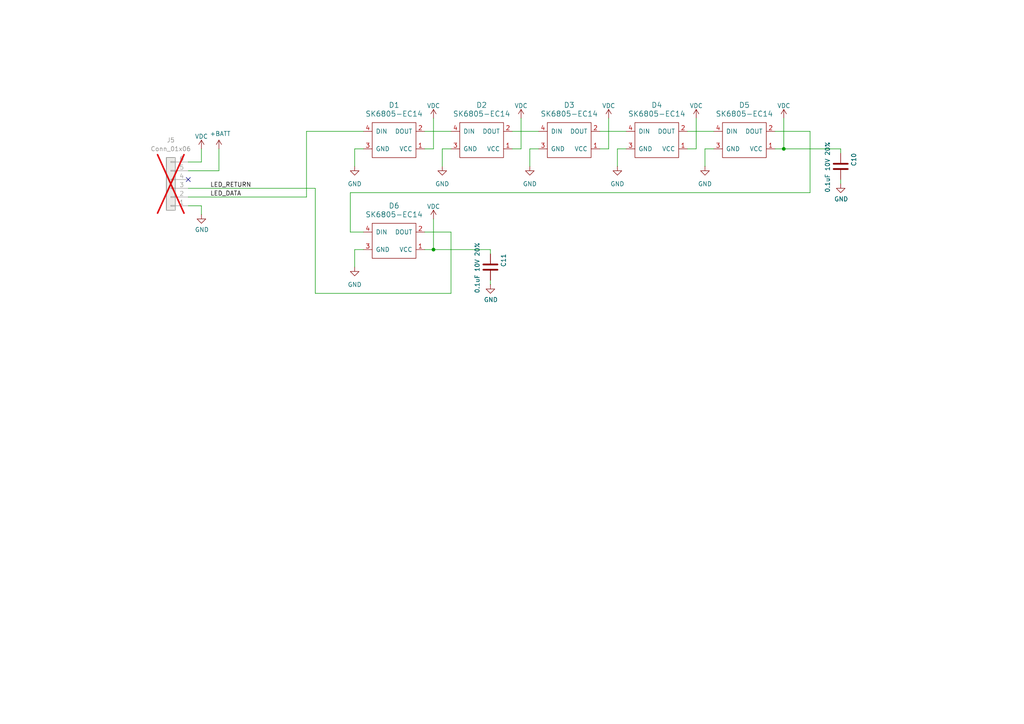
<source format=kicad_sch>
(kicad_sch (version 20250114) (generator "eeschema") (generator_version "9.0")
  (paper "A4")
  (title_block (title "Pixels D20 Schematic, Main") (date "2021-06-23") (rev "2") (company "Systemic Games, LLC"))
  (lib_symbols
    (symbol "Connector_Generic:Conn_01x06" (pin_names (offset 1.016) (hide yes))
      (property "Reference" "J" (at 0 7.62 0))
      (property "Value" "Conn_01x06" (at 0 -10.16 0))
      (symbol "Conn_01x06_1_1"
        (rectangle (start -1.27 6.35) (end 1.27 -8.89) (stroke (width 0.254)) (fill (type background)))
        (rectangle (start -1.27 5.207) (end 0 4.953) (stroke (width 0.1524)))
        (rectangle (start -1.27 2.667) (end 0 2.413) (stroke (width 0.1524)))
        (rectangle (start -1.27 0.127) (end 0 -0.127) (stroke (width 0.1524)))
        (rectangle (start -1.27 -2.413) (end 0 -2.667) (stroke (width 0.1524)))
        (rectangle (start -1.27 -4.953) (end 0 -5.207) (stroke (width 0.1524)))
        (rectangle (start -1.27 -7.493) (end 0 -7.747) (stroke (width 0.1524)))
        (pin passive line (at -5.08 5.08 0) (length 3.81) (name "Pin_1") (number "1"))
        (pin passive line (at -5.08 2.54 0) (length 3.81) (name "Pin_2") (number "2"))
        (pin passive line (at -5.08 0 0) (length 3.81) (name "Pin_3") (number "3"))
        (pin passive line (at -5.08 -2.54 0) (length 3.81) (name "Pin_4") (number "4"))
        (pin passive line (at -5.08 -5.08 0) (length 3.81) (name "Pin_5") (number "5"))
        (pin passive line (at -5.08 -7.62 0) (length 3.81) (name "Pin_6") (number "6"))
      )
    )
    (symbol "Device:C" (pin_numbers (hide yes)) (pin_names (offset 0.254))
      (property "Reference" "C" (at 0.635 2.54 0))
      (property "Value" "C" (at 0.635 -2.54 0))
      (symbol "C_0_1"
        (polyline (pts (xy -2.032 0.762) (xy 2.032 0.762)) (stroke (width 0.508)))
        (polyline (pts (xy -2.032 -0.762) (xy 2.032 -0.762)) (stroke (width 0.508)))
      )
      (symbol "C_1_1"
        (pin passive line (at 0 3.81 270) (length 2.794) (name "~") (number "1"))
        (pin passive line (at 0 -3.81 90) (length 2.794) (name "~") (number "2"))
      )
    )
    (symbol "Pixels-dice:SK6805-EC14" (pin_names (offset 1.016))
      (property "Reference" "D" (at 0 -6.35 0))
      (property "Value" "SK6805-EC14" (at 0 6.35 0))
      (symbol "SK6805-EC14_0_1"
        (rectangle (start -6.35 5.08) (end 6.35 -5.08))
      )
      (symbol "SK6805-EC14_1_1"
        (pin input line (at -8.89 2.54 0) (length 2.54) (name "DIN") (number "4"))
        (pin power_in line (at -8.89 -2.54 0) (length 2.54) (name "GND") (number "3"))
        (pin output line (at 8.89 2.54 180) (length 2.54) (name "DOUT") (number "2"))
        (pin power_in line (at 8.89 -2.54 180) (length 2.54) (name "VCC") (number "1"))
      )
    )
    (symbol "power:+BATT" (power) (pin_names (offset 0))
      (property "Value" "+BATT" (at 0 3.556 0))
      (symbol "+BATT_0_1"
        (polyline (pts (xy -0.762 1.27) (xy 0 2.54)))
        (polyline (pts (xy 0 2.54) (xy 0.762 1.27)))
        (polyline (pts (xy 0 0) (xy 0 2.54)))
      )
      (symbol "+BATT_1_1"
        (pin power_in line (at 0 0 90) (length 0) (hide yes) (name "+BATT") (number "1"))
      )
    )
    (symbol "power:GND" (power) (pin_numbers (hide yes)) (pin_names (offset 0) (hide yes))
      (property "Value" "GND" (at 0 -3.81 0))
      (symbol "GND_0_1"
        (polyline (pts (xy 0 0) (xy 0 -1.27) (xy 1.27 -1.27) (xy 0 -2.54) (xy -1.27 -1.27) (xy 0 -1.27)))
      )
      (symbol "GND_1_1"
        (pin power_in line (at 0 0 270) (length 0) (name "~") (number "1"))
      )
    )
    (symbol "power:VDC" (power) (pin_names (offset 0))
      (property "Value" "VDC" (at 0 6.35 0))
      (symbol "VDC_0_1"
        (polyline (pts (xy -0.762 1.27) (xy 0 2.54)))
        (polyline (pts (xy 0 2.54) (xy 0.762 1.27)))
        (polyline (pts (xy 0 0) (xy 0 2.54)))
      )
      (symbol "VDC_1_1"
        (pin power_in line (at 0 0 90) (length 0) (hide yes) (name "VDC") (number "1"))
      )
    )
  )
  (junction (at 125.73 72.39))
  (junction (at 227.33 43.18))
  (no_connect (at 54.61 52.07))
  (wire (pts (xy 207.01 43.18) (xy 204.47 43.18)))
  (wire (pts (xy 243.84 43.18) (xy 243.84 44.45)))
  (wire (pts (xy 234.95 55.88) (xy 101.6 55.88)))
  (wire (pts (xy 58.42 62.23) (xy 58.42 59.69)))
  (wire (pts (xy 199.39 38.1) (xy 207.01 38.1)))
  (wire (pts (xy 142.24 81.28) (xy 142.24 82.55)))
  (wire (pts (xy 179.07 43.18) (xy 179.07 48.26)))
  (wire (pts (xy 173.99 38.1) (xy 181.61 38.1)))
  (wire (pts (xy 63.5 43.18) (xy 63.5 49.53)))
  (wire (pts (xy 123.19 43.18) (xy 125.73 43.18)))
  (wire (pts (xy 101.6 67.31) (xy 105.41 67.31)))
  (wire (pts (xy 227.33 43.18) (xy 227.33 34.29)))
  (wire (pts (xy 201.93 43.18) (xy 201.93 34.29)))
  (wire (pts (xy 54.61 57.15) (xy 88.9 57.15)))
  (wire (pts (xy 125.73 72.39) (xy 125.73 63.5)))
  (wire (pts (xy 130.81 67.31) (xy 130.81 85.09)))
  (wire (pts (xy 128.27 43.18) (xy 128.27 48.26)))
  (wire (pts (xy 156.21 43.18) (xy 153.67 43.18)))
  (wire (pts (xy 58.42 43.18) (xy 58.42 46.99)))
  (wire (pts (xy 105.41 43.18) (xy 102.87 43.18)))
  (wire (pts (xy 88.9 38.1) (xy 105.41 38.1)))
  (wire (pts (xy 181.61 43.18) (xy 179.07 43.18)))
  (wire (pts (xy 91.44 85.09) (xy 91.44 54.61)))
  (wire (pts (xy 199.39 43.18) (xy 201.93 43.18)))
  (wire (pts (xy 63.5 49.53) (xy 54.61 49.53)))
  (wire (pts (xy 130.81 85.09) (xy 91.44 85.09)))
  (wire (pts (xy 130.81 43.18) (xy 128.27 43.18)))
  (wire (pts (xy 173.99 43.18) (xy 176.53 43.18)))
  (wire (pts (xy 102.87 72.39) (xy 102.87 77.47)))
  (wire (pts (xy 105.41 72.39) (xy 102.87 72.39)))
  (wire (pts (xy 101.6 55.88) (xy 101.6 67.31)))
  (wire (pts (xy 176.53 43.18) (xy 176.53 34.29)))
  (wire (pts (xy 102.87 43.18) (xy 102.87 48.26)))
  (wire (pts (xy 125.73 43.18) (xy 125.73 34.29)))
  (wire (pts (xy 54.61 46.99) (xy 58.42 46.99)))
  (wire (pts (xy 227.33 43.18) (xy 243.84 43.18)))
  (wire (pts (xy 91.44 54.61) (xy 54.61 54.61)))
  (wire (pts (xy 148.59 38.1) (xy 156.21 38.1)))
  (wire (pts (xy 224.79 38.1) (xy 234.95 38.1)))
  (wire (pts (xy 243.84 52.07) (xy 243.84 53.34)))
  (wire (pts (xy 151.13 43.18) (xy 151.13 34.29)))
  (wire (pts (xy 224.79 43.18) (xy 227.33 43.18)))
  (wire (pts (xy 142.24 72.39) (xy 142.24 73.66)))
  (wire (pts (xy 153.67 43.18) (xy 153.67 48.26)))
  (wire (pts (xy 125.73 72.39) (xy 142.24 72.39)))
  (wire (pts (xy 234.95 38.1) (xy 234.95 55.88)))
  (wire (pts (xy 204.47 43.18) (xy 204.47 48.26)))
  (wire (pts (xy 123.19 72.39) (xy 125.73 72.39)))
  (wire (pts (xy 88.9 57.15) (xy 88.9 38.1)))
  (wire (pts (xy 123.19 67.31) (xy 130.81 67.31)))
  (wire (pts (xy 148.59 43.18) (xy 151.13 43.18)))
  (wire (pts (xy 123.19 38.1) (xy 130.81 38.1)))
  (wire (pts (xy 54.61 59.69) (xy 58.42 59.69)))
  (label "LED_DATA" (at 60.96 57.15 0))
  (label "LED_RETURN" (at 60.96 54.61 0))
  (symbol (lib_id "power:GND") (at 243.84 53.34 0) (unit 1)
    (property "Reference" "#PWR016" (effects (hide yes)))
    (property "Value" "GND" (at 243.967 57.7342 0))
  )
  (symbol (lib_id "Device:C") (at 243.84 48.26 0) (unit 1)
    (property "Reference" "C10" (at 247.65 48.26 90) (effects (justify left)))
    (property "Value" "0.1uF 10V 20%" (at 240.03 55.88 90) (effects (justify left)))
    (property "Footprint" "Pixels-dice:C_0402_1005Metric" (effects (hide yes)))
    (property "Generic OK" "YES" (effects (hide yes)))
    (property "Pixels Part Number" "SMD-C005" (effects (hide yes)))
    (property "Manufacturer" "Murata" (effects (hide yes)))
    (property "Manufacturer Part Number" "GRM155R61H104KE19D" (effects (hide yes)))
  )
  (symbol (lib_id "power:VDC") (at 151.13 34.29 0) (unit 1)
    (property "Reference" "#PWR059" (effects (hide yes)))
    (property "Value" "VDC" (at 151.13 30.6855 0))
  )
  (symbol (lib_id "Pixels-dice:SK6805-EC14") (at 190.5 40.64 0) (unit 1)
    (property "Reference" "D4" (at 190.5 30.48 0) (effects (font (size 1.524 1.524))))
    (property "Value" "SK6805-EC14" (at 190.5 33.02 0) (effects (font (size 1.524 1.524))))
    (property "Footprint" "Pixels-dice:SK6805-EC14" (effects (hide yes)))
  )
  (symbol (lib_id "power:GND") (at 102.87 48.26 0) (unit 1)
    (property "Reference" "#PWR04" (effects (hide yes)))
    (property "Value" "GND" (at 102.87 53.34 0))
    (property "Description" "Power symbol creates a global label with name \"GND\" , ground" (effects (hide yes)))
  )
  (symbol (lib_id "Pixels-dice:SK6805-EC14") (at 114.3 69.85 0) (unit 1)
    (property "Reference" "D6" (at 114.3 59.69 0) (effects (font (size 1.524 1.524))))
    (property "Value" "SK6805-EC14" (at 114.3 62.23 0) (effects (font (size 1.524 1.524))))
    (property "Footprint" "Pixels-dice:SK6805-EC14" (effects (hide yes)))
  )
  (symbol (lib_id "power:VDC") (at 125.73 34.29 0) (unit 1)
    (property "Reference" "#PWR058" (effects (hide yes)))
    (property "Value" "VDC" (at 125.73 30.6855 0))
  )
  (symbol (lib_id "Connector_Generic:Conn_01x06") (at 49.53 54.61 180) (unit 1) (dnp yes)
    (property "Reference" "J5" (at 49.53 40.64 0))
    (property "Value" "Conn_01x06" (at 49.53 43.18 0))
    (property "Footprint" "Pixels-dice:LED_CONNECTOR_6_FPC" (effects (hide yes)))
    (property "Description" "Generic connector, single row, 01x06, script generated (kicad-library-utils/schlib/autogen/connector/)" (effects (hide yes)))
  )
  (symbol (lib_id "Pixels-dice:SK6805-EC14") (at 215.9 40.64 0) (unit 1)
    (property "Reference" "D5" (at 215.9 30.48 0) (effects (font (size 1.524 1.524))))
    (property "Value" "SK6805-EC14" (at 215.9 33.02 0) (effects (font (size 1.524 1.524))))
    (property "Footprint" "Pixels-dice:SK6805-EC14" (effects (hide yes)))
  )
  (symbol (lib_id "power:VDC") (at 176.53 34.29 0) (unit 1)
    (property "Reference" "#PWR060" (effects (hide yes)))
    (property "Value" "VDC" (at 176.53 30.6855 0))
  )
  (symbol (lib_id "power:VDC") (at 201.93 34.29 0) (unit 1)
    (property "Reference" "#PWR061" (effects (hide yes)))
    (property "Value" "VDC" (at 201.93 30.6855 0))
  )
  (symbol (lib_id "power:GND") (at 153.67 48.26 0) (unit 1)
    (property "Reference" "#PWR07" (effects (hide yes)))
    (property "Value" "GND" (at 153.67 53.34 0))
    (property "Description" "Power symbol creates a global label with name \"GND\" , ground" (effects (hide yes)))
  )
  (symbol (lib_id "power:VDC") (at 58.42 43.18 0) (unit 1)
    (property "Reference" "#PWR053" (effects (hide yes)))
    (property "Value" "VDC" (at 58.42 39.5755 0))
  )
  (symbol (lib_id "power:GND") (at 102.87 77.47 0) (unit 1)
    (property "Reference" "#PWR013" (effects (hide yes)))
    (property "Value" "GND" (at 102.87 82.55 0))
    (property "Description" "Power symbol creates a global label with name \"GND\" , ground" (effects (hide yes)))
  )
  (symbol (lib_id "power:VDC") (at 227.33 34.29 0) (unit 1)
    (property "Reference" "#PWR062" (effects (hide yes)))
    (property "Value" "VDC" (at 227.33 30.6855 0))
  )
  (symbol (lib_id "Device:C") (at 142.24 77.47 0) (unit 1)
    (property "Reference" "C11" (at 146.05 77.47 90) (effects (justify left)))
    (property "Value" "0.1uF 10V 20%" (at 138.43 85.09 90) (effects (justify left)))
    (property "Footprint" "Pixels-dice:C_0402_1005Metric" (effects (hide yes)))
    (property "Generic OK" "YES" (effects (hide yes)))
    (property "Pixels Part Number" "SMD-C005" (effects (hide yes)))
    (property "Manufacturer" "Murata" (effects (hide yes)))
    (property "Manufacturer Part Number" "GRM155R61H104KE19D" (effects (hide yes)))
  )
  (symbol (lib_id "Pixels-dice:SK6805-EC14") (at 165.1 40.64 0) (unit 1)
    (property "Reference" "D3" (at 165.1 30.48 0) (effects (font (size 1.524 1.524))))
    (property "Value" "SK6805-EC14" (at 165.1 33.02 0) (effects (font (size 1.524 1.524))))
    (property "Footprint" "Pixels-dice:SK6805-EC14" (effects (hide yes)))
  )
  (symbol (lib_id "power:GND") (at 179.07 48.26 0) (unit 1)
    (property "Reference" "#PWR09" (effects (hide yes)))
    (property "Value" "GND" (at 179.07 53.34 0))
    (property "Description" "Power symbol creates a global label with name \"GND\" , ground" (effects (hide yes)))
  )
  (symbol (lib_id "power:GND") (at 204.47 48.26 0) (unit 1)
    (property "Reference" "#PWR011" (effects (hide yes)))
    (property "Value" "GND" (at 204.47 53.34 0))
    (property "Description" "Power symbol creates a global label with name \"GND\" , ground" (effects (hide yes)))
  )
  (symbol (lib_id "power:GND") (at 58.42 62.23 0) (unit 1)
    (property "Reference" "#PWR054" (effects (hide yes)))
    (property "Value" "GND" (at 58.547 66.6242 0))
  )
  (symbol (lib_id "power:GND") (at 128.27 48.26 0) (unit 1)
    (property "Reference" "#PWR05" (effects (hide yes)))
    (property "Value" "GND" (at 128.27 53.34 0))
    (property "Description" "Power symbol creates a global label with name \"GND\" , ground" (effects (hide yes)))
  )
  (symbol (lib_id "power:GND") (at 142.24 82.55 0) (unit 1)
    (property "Reference" "#PWR018" (effects (hide yes)))
    (property "Value" "GND" (at 142.367 86.9442 0))
  )
  (symbol (lib_id "power:+BATT") (at 63.5 43.18 0) (unit 1)
    (property "Reference" "#PWR055" (effects (hide yes)))
    (property "Value" "+BATT" (at 63.881 38.7858 0))
  )
  (symbol (lib_id "power:VDC") (at 125.73 63.5 0) (unit 1)
    (property "Reference" "#PWR063" (effects (hide yes)))
    (property "Value" "VDC" (at 125.73 59.8955 0))
  )
  (symbol (lib_id "Pixels-dice:SK6805-EC14") (at 114.3 40.64 0) (unit 1)
    (property "Reference" "D1" (at 114.3 30.48 0) (effects (font (size 1.524 1.524))))
    (property "Value" "SK6805-EC14" (at 114.3 33.02 0) (effects (font (size 1.524 1.524))))
    (property "Footprint" "Pixels-dice:SK6805-EC14" (effects (hide yes)))
  )
  (symbol (lib_id "Pixels-dice:SK6805-EC14") (at 139.7 40.64 0) (unit 1)
    (property "Reference" "D2" (at 139.7 30.48 0) (effects (font (size 1.524 1.524))))
    (property "Value" "SK6805-EC14" (at 139.7 33.02 0) (effects (font (size 1.524 1.524))))
    (property "Footprint" "Pixels-dice:SK6805-EC14" (effects (hide yes)))
  )
)
</source>
